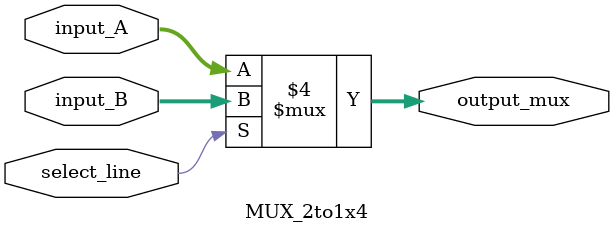
<source format=v>
module MUX_2to1x4 (select_line, input_A, input_B, output_mux);

input select_line;
input [3:0] input_A, input_B;
output [3:0] output_mux;

reg [3:0] output_mux;

always @(select_line or input_A or input_B)
begin
	if (select_line == 1'b0)
		output_mux = input_A;
	else
		output_mux = input_B;
end

endmodule

</source>
